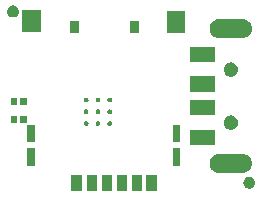
<source format=gbs>
G04 #@! TF.GenerationSoftware,KiCad,Pcbnew,(5.0.1)-4*
G04 #@! TF.CreationDate,2019-01-16T13:56:46+01:00*
G04 #@! TF.ProjectId,cryptostick,63727970746F737469636B2E6B696361,R1*
G04 #@! TF.SameCoordinates,PX791ddc0PY5e69114*
G04 #@! TF.FileFunction,Soldermask,Bot*
G04 #@! TF.FilePolarity,Negative*
%FSLAX46Y46*%
G04 Gerber Fmt 4.6, Leading zero omitted, Abs format (unit mm)*
G04 Created by KiCad (PCBNEW (5.0.1)-4) date 16.01.2019 13:56:46*
%MOMM*%
%LPD*%
G01*
G04 APERTURE LIST*
%ADD10C,0.150000*%
G04 APERTURE END LIST*
D10*
G36*
X708480Y-8094810D02*
X-141760Y-8094810D01*
X-141760Y-6744190D01*
X708480Y-6744190D01*
X708480Y-8094810D01*
X708480Y-8094810D01*
G37*
G36*
X-541200Y-8094810D02*
X-1391440Y-8094810D01*
X-1391440Y-6744190D01*
X-541200Y-6744190D01*
X-541200Y-8094810D01*
X-541200Y-8094810D01*
G37*
G36*
X-5641520Y-8094810D02*
X-6491760Y-8094810D01*
X-6491760Y-6744190D01*
X-5641520Y-6744190D01*
X-5641520Y-8094810D01*
X-5641520Y-8094810D01*
G37*
G36*
X-4366440Y-8094810D02*
X-5216680Y-8094810D01*
X-5216680Y-6744190D01*
X-4366440Y-6744190D01*
X-4366440Y-8094810D01*
X-4366440Y-8094810D01*
G37*
G36*
X-3091360Y-8094810D02*
X-3941600Y-8094810D01*
X-3941600Y-6744190D01*
X-3091360Y-6744190D01*
X-3091360Y-8094810D01*
X-3091360Y-8094810D01*
G37*
G36*
X-1816280Y-8094810D02*
X-2666520Y-8094810D01*
X-2666520Y-6744190D01*
X-1816280Y-6744190D01*
X-1816280Y-8094810D01*
X-1816280Y-8094810D01*
G37*
G36*
X8705845Y-6872715D02*
X8796839Y-6910406D01*
X8878731Y-6965125D01*
X8948375Y-7034769D01*
X9003094Y-7116661D01*
X9040785Y-7207655D01*
X9060000Y-7304254D01*
X9060000Y-7402746D01*
X9040785Y-7499345D01*
X9003094Y-7590339D01*
X8948375Y-7672231D01*
X8878731Y-7741875D01*
X8796839Y-7796594D01*
X8705845Y-7834285D01*
X8609246Y-7853500D01*
X8510754Y-7853500D01*
X8414155Y-7834285D01*
X8323161Y-7796594D01*
X8241269Y-7741875D01*
X8171625Y-7672231D01*
X8116906Y-7590339D01*
X8079215Y-7499345D01*
X8060000Y-7402746D01*
X8060000Y-7304254D01*
X8079215Y-7207655D01*
X8116906Y-7116661D01*
X8171625Y-7034769D01*
X8241269Y-6965125D01*
X8323161Y-6910406D01*
X8414155Y-6872715D01*
X8510754Y-6853500D01*
X8609246Y-6853500D01*
X8705845Y-6872715D01*
X8705845Y-6872715D01*
G37*
G36*
X8156029Y-4926764D02*
X8306937Y-4972542D01*
X8446015Y-5046880D01*
X8567917Y-5146923D01*
X8667960Y-5268825D01*
X8742298Y-5407903D01*
X8788076Y-5558811D01*
X8803533Y-5715750D01*
X8788076Y-5872689D01*
X8742298Y-6023597D01*
X8667960Y-6162675D01*
X8567917Y-6284577D01*
X8446015Y-6384620D01*
X8306937Y-6458958D01*
X8156029Y-6504736D01*
X8038414Y-6516320D01*
X5960786Y-6516320D01*
X5843171Y-6504736D01*
X5692263Y-6458958D01*
X5553185Y-6384620D01*
X5431283Y-6284577D01*
X5331240Y-6162675D01*
X5256902Y-6023597D01*
X5211124Y-5872689D01*
X5195667Y-5715750D01*
X5211124Y-5558811D01*
X5256902Y-5407903D01*
X5331240Y-5268825D01*
X5431283Y-5146923D01*
X5553185Y-5046880D01*
X5692263Y-4972542D01*
X5843171Y-4926764D01*
X5960786Y-4915180D01*
X8038414Y-4915180D01*
X8156029Y-4926764D01*
X8156029Y-4926764D01*
G37*
G36*
X2731590Y-5944700D02*
X2082010Y-5944700D01*
X2082010Y-4444220D01*
X2731590Y-4444220D01*
X2731590Y-5944700D01*
X2731590Y-5944700D01*
G37*
G36*
X-9567090Y-5944700D02*
X-10216670Y-5944700D01*
X-10216670Y-4444220D01*
X-9567090Y-4444220D01*
X-9567090Y-5944700D01*
X-9567090Y-5944700D01*
G37*
G36*
X5648510Y-4165550D02*
X3549530Y-4165550D01*
X3549530Y-2866670D01*
X5648510Y-2866670D01*
X5648510Y-4165550D01*
X5648510Y-4165550D01*
G37*
G36*
X-9567090Y-3943180D02*
X-10216670Y-3943180D01*
X-10216670Y-2442700D01*
X-9567090Y-2442700D01*
X-9567090Y-3943180D01*
X-9567090Y-3943180D01*
G37*
G36*
X2731590Y-3943180D02*
X2082010Y-3943180D01*
X2082010Y-2442700D01*
X2731590Y-2442700D01*
X2731590Y-3943180D01*
X2731590Y-3943180D01*
G37*
G36*
X7174587Y-1689574D02*
X7283764Y-1734796D01*
X7382021Y-1800449D01*
X7465581Y-1884009D01*
X7531234Y-1982266D01*
X7576456Y-2091443D01*
X7599510Y-2207344D01*
X7599510Y-2325516D01*
X7576456Y-2441417D01*
X7531234Y-2550594D01*
X7465581Y-2648851D01*
X7382021Y-2732411D01*
X7283764Y-2798064D01*
X7174587Y-2843286D01*
X7058686Y-2866340D01*
X6940514Y-2866340D01*
X6824613Y-2843286D01*
X6715436Y-2798064D01*
X6617179Y-2732411D01*
X6533619Y-2648851D01*
X6467966Y-2550594D01*
X6422744Y-2441417D01*
X6399690Y-2325516D01*
X6399690Y-2207344D01*
X6422744Y-2091443D01*
X6467966Y-1982266D01*
X6533619Y-1884009D01*
X6617179Y-1800449D01*
X6715436Y-1734796D01*
X6824613Y-1689574D01*
X6940514Y-1666520D01*
X7058686Y-1666520D01*
X7174587Y-1689574D01*
X7174587Y-1689574D01*
G37*
G36*
X-4190382Y-2154878D02*
X-4153548Y-2170136D01*
X-4120398Y-2192286D01*
X-4092206Y-2220478D01*
X-4070056Y-2253628D01*
X-4054798Y-2290462D01*
X-4047020Y-2329565D01*
X-4047020Y-2369435D01*
X-4054798Y-2408538D01*
X-4070056Y-2445372D01*
X-4092206Y-2478522D01*
X-4120398Y-2506714D01*
X-4153548Y-2528864D01*
X-4190382Y-2544122D01*
X-4229485Y-2551900D01*
X-4269355Y-2551900D01*
X-4308458Y-2544122D01*
X-4345292Y-2528864D01*
X-4378442Y-2506714D01*
X-4406634Y-2478522D01*
X-4428784Y-2445372D01*
X-4444042Y-2408538D01*
X-4451820Y-2369435D01*
X-4451820Y-2329565D01*
X-4444042Y-2290462D01*
X-4428784Y-2253628D01*
X-4406634Y-2220478D01*
X-4378442Y-2192286D01*
X-4345292Y-2170136D01*
X-4308458Y-2154878D01*
X-4269355Y-2147100D01*
X-4229485Y-2147100D01*
X-4190382Y-2154878D01*
X-4190382Y-2154878D01*
G37*
G36*
X-3189622Y-2154878D02*
X-3152788Y-2170136D01*
X-3119638Y-2192286D01*
X-3091446Y-2220478D01*
X-3069296Y-2253628D01*
X-3054038Y-2290462D01*
X-3046260Y-2329565D01*
X-3046260Y-2369435D01*
X-3054038Y-2408538D01*
X-3069296Y-2445372D01*
X-3091446Y-2478522D01*
X-3119638Y-2506714D01*
X-3152788Y-2528864D01*
X-3189622Y-2544122D01*
X-3228725Y-2551900D01*
X-3268595Y-2551900D01*
X-3307698Y-2544122D01*
X-3344532Y-2528864D01*
X-3377682Y-2506714D01*
X-3405874Y-2478522D01*
X-3428024Y-2445372D01*
X-3443282Y-2408538D01*
X-3451060Y-2369435D01*
X-3451060Y-2329565D01*
X-3443282Y-2290462D01*
X-3428024Y-2253628D01*
X-3405874Y-2220478D01*
X-3377682Y-2192286D01*
X-3344532Y-2170136D01*
X-3307698Y-2154878D01*
X-3268595Y-2147100D01*
X-3228725Y-2147100D01*
X-3189622Y-2154878D01*
X-3189622Y-2154878D01*
G37*
G36*
X-5191142Y-2154878D02*
X-5154308Y-2170136D01*
X-5121158Y-2192286D01*
X-5092966Y-2220478D01*
X-5070816Y-2253628D01*
X-5055558Y-2290462D01*
X-5047780Y-2329565D01*
X-5047780Y-2369435D01*
X-5055558Y-2408538D01*
X-5070816Y-2445372D01*
X-5092966Y-2478522D01*
X-5121158Y-2506714D01*
X-5154308Y-2528864D01*
X-5191142Y-2544122D01*
X-5230245Y-2551900D01*
X-5270115Y-2551900D01*
X-5309218Y-2544122D01*
X-5346052Y-2528864D01*
X-5379202Y-2506714D01*
X-5407394Y-2478522D01*
X-5429544Y-2445372D01*
X-5444802Y-2408538D01*
X-5452580Y-2369435D01*
X-5452580Y-2329565D01*
X-5444802Y-2290462D01*
X-5429544Y-2253628D01*
X-5407394Y-2220478D01*
X-5379202Y-2192286D01*
X-5346052Y-2170136D01*
X-5309218Y-2154878D01*
X-5270115Y-2147100D01*
X-5230245Y-2147100D01*
X-5191142Y-2154878D01*
X-5191142Y-2154878D01*
G37*
G36*
X-10278810Y-2295690D02*
X-10828390Y-2295690D01*
X-10828390Y-1695310D01*
X-10278810Y-1695310D01*
X-10278810Y-2295690D01*
X-10278810Y-2295690D01*
G37*
G36*
X-11091610Y-2295690D02*
X-11641190Y-2295690D01*
X-11641190Y-1695310D01*
X-11091610Y-1695310D01*
X-11091610Y-2295690D01*
X-11091610Y-2295690D01*
G37*
G36*
X5648510Y-1666190D02*
X3549530Y-1666190D01*
X3549530Y-367310D01*
X5648510Y-367310D01*
X5648510Y-1666190D01*
X5648510Y-1666190D01*
G37*
G36*
X-5191142Y-1154118D02*
X-5154308Y-1169376D01*
X-5121158Y-1191526D01*
X-5092966Y-1219718D01*
X-5070816Y-1252868D01*
X-5055558Y-1289702D01*
X-5047780Y-1328805D01*
X-5047780Y-1368675D01*
X-5055558Y-1407778D01*
X-5070816Y-1444612D01*
X-5092966Y-1477762D01*
X-5121158Y-1505954D01*
X-5154308Y-1528104D01*
X-5191142Y-1543362D01*
X-5230245Y-1551140D01*
X-5270115Y-1551140D01*
X-5309218Y-1543362D01*
X-5346052Y-1528104D01*
X-5379202Y-1505954D01*
X-5407394Y-1477762D01*
X-5429544Y-1444612D01*
X-5444802Y-1407778D01*
X-5452580Y-1368675D01*
X-5452580Y-1328805D01*
X-5444802Y-1289702D01*
X-5429544Y-1252868D01*
X-5407394Y-1219718D01*
X-5379202Y-1191526D01*
X-5346052Y-1169376D01*
X-5309218Y-1154118D01*
X-5270115Y-1146340D01*
X-5230245Y-1146340D01*
X-5191142Y-1154118D01*
X-5191142Y-1154118D01*
G37*
G36*
X-3189622Y-1154118D02*
X-3152788Y-1169376D01*
X-3119638Y-1191526D01*
X-3091446Y-1219718D01*
X-3069296Y-1252868D01*
X-3054038Y-1289702D01*
X-3046260Y-1328805D01*
X-3046260Y-1368675D01*
X-3054038Y-1407778D01*
X-3069296Y-1444612D01*
X-3091446Y-1477762D01*
X-3119638Y-1505954D01*
X-3152788Y-1528104D01*
X-3189622Y-1543362D01*
X-3228725Y-1551140D01*
X-3268595Y-1551140D01*
X-3307698Y-1543362D01*
X-3344532Y-1528104D01*
X-3377682Y-1505954D01*
X-3405874Y-1477762D01*
X-3428024Y-1444612D01*
X-3443282Y-1407778D01*
X-3451060Y-1368675D01*
X-3451060Y-1328805D01*
X-3443282Y-1289702D01*
X-3428024Y-1252868D01*
X-3405874Y-1219718D01*
X-3377682Y-1191526D01*
X-3344532Y-1169376D01*
X-3307698Y-1154118D01*
X-3268595Y-1146340D01*
X-3228725Y-1146340D01*
X-3189622Y-1154118D01*
X-3189622Y-1154118D01*
G37*
G36*
X-4190382Y-1154118D02*
X-4153548Y-1169376D01*
X-4120398Y-1191526D01*
X-4092206Y-1219718D01*
X-4070056Y-1252868D01*
X-4054798Y-1289702D01*
X-4047020Y-1328805D01*
X-4047020Y-1368675D01*
X-4054798Y-1407778D01*
X-4070056Y-1444612D01*
X-4092206Y-1477762D01*
X-4120398Y-1505954D01*
X-4153548Y-1528104D01*
X-4190382Y-1543362D01*
X-4229485Y-1551140D01*
X-4269355Y-1551140D01*
X-4308458Y-1543362D01*
X-4345292Y-1528104D01*
X-4378442Y-1505954D01*
X-4406634Y-1477762D01*
X-4428784Y-1444612D01*
X-4444042Y-1407778D01*
X-4451820Y-1368675D01*
X-4451820Y-1328805D01*
X-4444042Y-1289702D01*
X-4428784Y-1252868D01*
X-4406634Y-1219718D01*
X-4378442Y-1191526D01*
X-4345292Y-1169376D01*
X-4308458Y-1154118D01*
X-4269355Y-1146340D01*
X-4229485Y-1146340D01*
X-4190382Y-1154118D01*
X-4190382Y-1154118D01*
G37*
G36*
X-11091610Y-771690D02*
X-11641190Y-771690D01*
X-11641190Y-171310D01*
X-11091610Y-171310D01*
X-11091610Y-771690D01*
X-11091610Y-771690D01*
G37*
G36*
X-10278810Y-771690D02*
X-10828390Y-771690D01*
X-10828390Y-171310D01*
X-10278810Y-171310D01*
X-10278810Y-771690D01*
X-10278810Y-771690D01*
G37*
G36*
X-5191142Y-153358D02*
X-5154308Y-168616D01*
X-5121158Y-190766D01*
X-5092966Y-218958D01*
X-5070816Y-252108D01*
X-5055558Y-288942D01*
X-5047780Y-328045D01*
X-5047780Y-367915D01*
X-5055558Y-407018D01*
X-5070816Y-443852D01*
X-5092966Y-477002D01*
X-5121158Y-505194D01*
X-5154308Y-527344D01*
X-5191142Y-542602D01*
X-5230245Y-550380D01*
X-5270115Y-550380D01*
X-5309218Y-542602D01*
X-5346052Y-527344D01*
X-5379202Y-505194D01*
X-5407394Y-477002D01*
X-5429544Y-443852D01*
X-5444802Y-407018D01*
X-5452580Y-367915D01*
X-5452580Y-328045D01*
X-5444802Y-288942D01*
X-5429544Y-252108D01*
X-5407394Y-218958D01*
X-5379202Y-190766D01*
X-5346052Y-168616D01*
X-5309218Y-153358D01*
X-5270115Y-145580D01*
X-5230245Y-145580D01*
X-5191142Y-153358D01*
X-5191142Y-153358D01*
G37*
G36*
X-4190382Y-153358D02*
X-4153548Y-168616D01*
X-4120398Y-190766D01*
X-4092206Y-218958D01*
X-4070056Y-252108D01*
X-4054798Y-288942D01*
X-4047020Y-328045D01*
X-4047020Y-367915D01*
X-4054798Y-407018D01*
X-4070056Y-443852D01*
X-4092206Y-477002D01*
X-4120398Y-505194D01*
X-4153548Y-527344D01*
X-4190382Y-542602D01*
X-4229485Y-550380D01*
X-4269355Y-550380D01*
X-4308458Y-542602D01*
X-4345292Y-527344D01*
X-4378442Y-505194D01*
X-4406634Y-477002D01*
X-4428784Y-443852D01*
X-4444042Y-407018D01*
X-4451820Y-367915D01*
X-4451820Y-328045D01*
X-4444042Y-288942D01*
X-4428784Y-252108D01*
X-4406634Y-218958D01*
X-4378442Y-190766D01*
X-4345292Y-168616D01*
X-4308458Y-153358D01*
X-4269355Y-145580D01*
X-4229485Y-145580D01*
X-4190382Y-153358D01*
X-4190382Y-153358D01*
G37*
G36*
X-3189622Y-153358D02*
X-3152788Y-168616D01*
X-3119638Y-190766D01*
X-3091446Y-218958D01*
X-3069296Y-252108D01*
X-3054038Y-288942D01*
X-3046260Y-328045D01*
X-3046260Y-367915D01*
X-3054038Y-407018D01*
X-3069296Y-443852D01*
X-3091446Y-477002D01*
X-3119638Y-505194D01*
X-3152788Y-527344D01*
X-3189622Y-542602D01*
X-3228725Y-550380D01*
X-3268595Y-550380D01*
X-3307698Y-542602D01*
X-3344532Y-527344D01*
X-3377682Y-505194D01*
X-3405874Y-477002D01*
X-3428024Y-443852D01*
X-3443282Y-407018D01*
X-3451060Y-367915D01*
X-3451060Y-328045D01*
X-3443282Y-288942D01*
X-3428024Y-252108D01*
X-3405874Y-218958D01*
X-3377682Y-190766D01*
X-3344532Y-168616D01*
X-3307698Y-153358D01*
X-3268595Y-145580D01*
X-3228725Y-145580D01*
X-3189622Y-153358D01*
X-3189622Y-153358D01*
G37*
G36*
X5648510Y350570D02*
X3549530Y350570D01*
X3549530Y1649450D01*
X5648510Y1649450D01*
X5648510Y350570D01*
X5648510Y350570D01*
G37*
G36*
X7174587Y2811306D02*
X7283764Y2766084D01*
X7382021Y2700431D01*
X7465581Y2616871D01*
X7531234Y2518614D01*
X7576456Y2409437D01*
X7599510Y2293536D01*
X7599510Y2175364D01*
X7576456Y2059463D01*
X7531234Y1950286D01*
X7465581Y1852029D01*
X7382021Y1768469D01*
X7283764Y1702816D01*
X7174587Y1657594D01*
X7058686Y1634540D01*
X6940514Y1634540D01*
X6824613Y1657594D01*
X6715436Y1702816D01*
X6617179Y1768469D01*
X6533619Y1852029D01*
X6467966Y1950286D01*
X6422744Y2059463D01*
X6399690Y2175364D01*
X6399690Y2293536D01*
X6422744Y2409437D01*
X6467966Y2518614D01*
X6533619Y2616871D01*
X6617179Y2700431D01*
X6715436Y2766084D01*
X6824613Y2811306D01*
X6940514Y2834360D01*
X7058686Y2834360D01*
X7174587Y2811306D01*
X7174587Y2811306D01*
G37*
G36*
X5648510Y2834690D02*
X3549530Y2834690D01*
X3549530Y4133570D01*
X5648510Y4133570D01*
X5648510Y2834690D01*
X5648510Y2834690D01*
G37*
G36*
X8156029Y6472756D02*
X8306937Y6426978D01*
X8446015Y6352640D01*
X8567917Y6252597D01*
X8667960Y6130695D01*
X8742298Y5991617D01*
X8788076Y5840709D01*
X8803533Y5683770D01*
X8788076Y5526831D01*
X8742298Y5375923D01*
X8667960Y5236845D01*
X8567917Y5114943D01*
X8446015Y5014900D01*
X8306937Y4940562D01*
X8156029Y4894784D01*
X8038414Y4883200D01*
X5960786Y4883200D01*
X5843171Y4894784D01*
X5692263Y4940562D01*
X5553185Y5014900D01*
X5431283Y5114943D01*
X5331240Y5236845D01*
X5256902Y5375923D01*
X5211124Y5526831D01*
X5195667Y5683770D01*
X5211124Y5840709D01*
X5256902Y5991617D01*
X5331240Y6130695D01*
X5431283Y6252597D01*
X5553185Y6352640D01*
X5692263Y6426978D01*
X5843171Y6472756D01*
X5960786Y6484340D01*
X8038414Y6484340D01*
X8156029Y6472756D01*
X8156029Y6472756D01*
G37*
G36*
X3158310Y5306230D02*
X1558770Y5306230D01*
X1558770Y7205490D01*
X3158310Y7205490D01*
X3158310Y5306230D01*
X3158310Y5306230D01*
G37*
G36*
X-5871390Y5357030D02*
X-6612410Y5357030D01*
X-6612410Y6357130D01*
X-5871390Y6357130D01*
X-5871390Y5357030D01*
X-5871390Y5357030D01*
G37*
G36*
X-771070Y5357030D02*
X-1512090Y5357030D01*
X-1512090Y6357130D01*
X-771070Y6357130D01*
X-771070Y5357030D01*
X-771070Y5357030D01*
G37*
G36*
X-9041310Y5407830D02*
X-10640850Y5407830D01*
X-10640850Y7307090D01*
X-9041310Y7307090D01*
X-9041310Y5407830D01*
X-9041310Y5407830D01*
G37*
G36*
X-11294155Y7627285D02*
X-11203161Y7589594D01*
X-11121269Y7534875D01*
X-11051625Y7465231D01*
X-10996906Y7383339D01*
X-10959215Y7292345D01*
X-10940000Y7195746D01*
X-10940000Y7097254D01*
X-10959215Y7000655D01*
X-10996906Y6909661D01*
X-11051625Y6827769D01*
X-11121269Y6758125D01*
X-11203161Y6703406D01*
X-11294155Y6665715D01*
X-11390754Y6646500D01*
X-11489246Y6646500D01*
X-11585845Y6665715D01*
X-11676839Y6703406D01*
X-11758731Y6758125D01*
X-11828375Y6827769D01*
X-11883094Y6909661D01*
X-11920785Y7000655D01*
X-11940000Y7097254D01*
X-11940000Y7195746D01*
X-11920785Y7292345D01*
X-11883094Y7383339D01*
X-11828375Y7465231D01*
X-11758731Y7534875D01*
X-11676839Y7589594D01*
X-11585845Y7627285D01*
X-11489246Y7646500D01*
X-11390754Y7646500D01*
X-11294155Y7627285D01*
X-11294155Y7627285D01*
G37*
M02*

</source>
